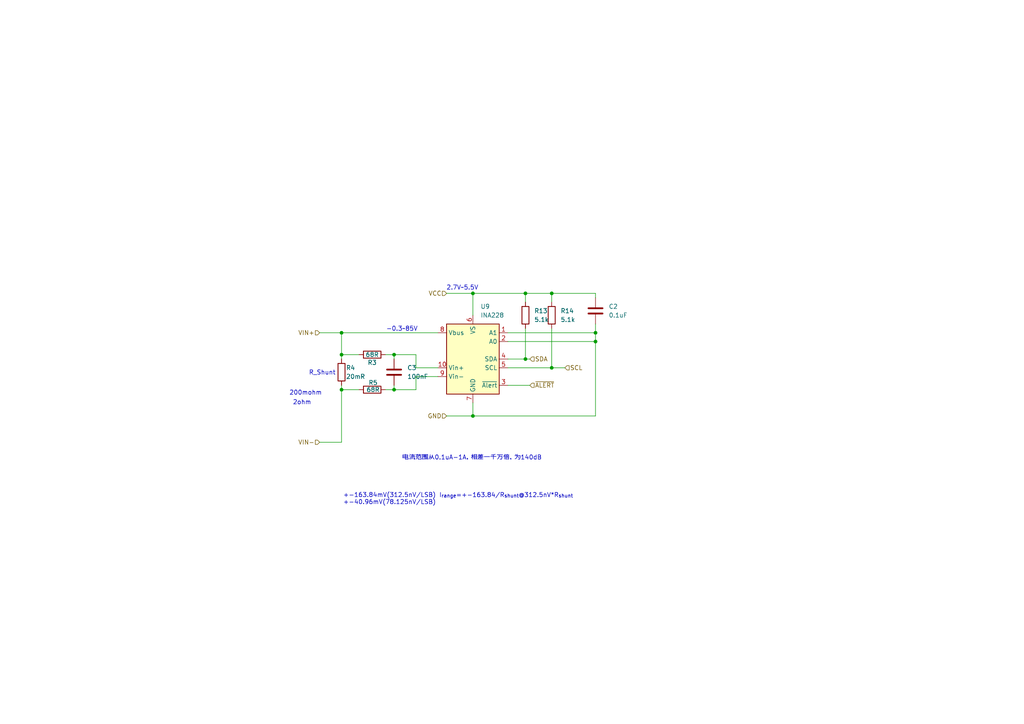
<source format=kicad_sch>
(kicad_sch (version 20231120) (generator "eeschema") (generator_version "8.0")
  (paper "A4")
  (lib_symbols
    (symbol "Device:C" (pin_numbers hide) (pin_names (offset 0.254))
      (property "Reference" "C" (at 0.635 2.54 0))
      (property "Value" "C" (at 0.635 -2.54 0))
      (symbol "C_0_1"
        (polyline (pts (xy -2.032 -0.762) (xy 2.032 -0.762)) (stroke (width 0.508)))
        (polyline (pts (xy -2.032 0.762) (xy 2.032 0.762)) (stroke (width 0.508)))
      )
      (symbol "C_1_1"
        (pin passive line (at 0 3.81 270) (length 2.794) (name "~") (number "1"))
        (pin passive line (at 0 -3.81 90) (length 2.794) (name "~") (number "2"))
      )
    )
    (symbol "Device:R" (pin_numbers hide) (pin_names (offset 0))
      (property "Reference" "R" (at 2.032 0 90))
      (property "Value" "R" (at 0 0 90))
      (symbol "R_0_1"
        (rectangle (start -1.016 -2.54) (end 1.016 2.54) (stroke (width 0.254)))
      )
      (symbol "R_1_1"
        (pin passive line (at 0 3.81 270) (length 1.27) (name "~") (number "1"))
        (pin passive line (at 0 -3.81 90) (length 1.27) (name "~") (number "2"))
      )
    )
    (symbol "Sensor_Energy:INA228"
      (property "Reference" "U" (at -6.35 11.43 0))
      (property "Value" "INA228" (at 3.81 11.43 0))
      (symbol "INA228_0_1"
        (rectangle (start 7.62 10.16) (end -7.62 -10.16) (stroke (width 0.254)) (fill (type background)))
      )
      (symbol "INA228_1_1"
        (pin input line (at 10.16 7.62 180) (length 2.54) (name "A1") (number "1"))
        (pin input line (at -10.16 -2.54 0) (length 2.54) (name "Vin+") (number "10"))
        (pin input line (at 10.16 5.08 180) (length 2.54) (name "A0") (number "2"))
        (pin open_collector line (at 10.16 -7.62 180) (length 2.54) (name "~{Alert}") (number "3"))
        (pin bidirectional line (at 10.16 0 180) (length 2.54) (name "SDA") (number "4"))
        (pin input line (at 10.16 -2.54 180) (length 2.54) (name "SCL") (number "5"))
        (pin power_in line (at 0 12.7 270) (length 2.54) (name "VS") (number "6"))
        (pin power_in line (at 0 -12.7 90) (length 2.54) (name "GND") (number "7"))
        (pin input line (at -10.16 7.62 0) (length 2.54) (name "Vbus") (number "8"))
        (pin input line (at -10.16 -5.08 0) (length 2.54) (name "Vin-") (number "9"))
      )
    )
  )
  (junction (at 160.02 85.09))
  (junction (at 152.4 85.09))
  (junction (at 160.02 106.68))
  (junction (at 114.3 113.03))
  (junction (at 114.3 102.87))
  (junction (at 99.06 102.87))
  (junction (at 152.4 104.14))
  (junction (at 172.72 99.06))
  (junction (at 99.06 113.03))
  (junction (at 99.06 96.52))
  (junction (at 137.16 85.09))
  (junction (at 172.72 96.52))
  (junction (at 137.16 120.65))
  (wire (pts (xy 127 106.68) (xy 120.65 106.68)))
  (wire (pts (xy 147.32 104.14) (xy 152.4 104.14)))
  (wire (pts (xy 111.76 102.87) (xy 114.3 102.87)))
  (wire (pts (xy 137.16 85.09) (xy 137.16 91.44)))
  (wire (pts (xy 114.3 102.87) (xy 114.3 104.14)))
  (wire (pts (xy 147.32 96.52) (xy 172.72 96.52)))
  (wire (pts (xy 160.02 85.09) (xy 160.02 87.63)))
  (wire (pts (xy 92.71 96.52) (xy 99.06 96.52)))
  (wire (pts (xy 127 109.22) (xy 120.65 109.22)))
  (wire (pts (xy 147.32 99.06) (xy 172.72 99.06)))
  (wire (pts (xy 99.06 113.03) (xy 99.06 128.27)))
  (wire (pts (xy 111.76 113.03) (xy 114.3 113.03)))
  (wire (pts (xy 120.65 113.03) (xy 114.3 113.03)))
  (wire (pts (xy 172.72 96.52) (xy 172.72 99.06)))
  (wire (pts (xy 172.72 85.09) (xy 160.02 85.09)))
  (wire (pts (xy 172.72 86.36) (xy 172.72 85.09)))
  (wire (pts (xy 160.02 85.09) (xy 152.4 85.09)))
  (wire (pts (xy 172.72 120.65) (xy 137.16 120.65)))
  (wire (pts (xy 137.16 120.65) (xy 137.16 116.84)))
  (wire (pts (xy 99.06 102.87) (xy 99.06 104.14)))
  (wire (pts (xy 114.3 113.03) (xy 114.3 111.76)))
  (wire (pts (xy 120.65 102.87) (xy 114.3 102.87)))
  (wire (pts (xy 172.72 99.06) (xy 172.72 120.65)))
  (wire (pts (xy 152.4 95.25) (xy 152.4 104.14)))
  (wire (pts (xy 147.32 111.76) (xy 153.67 111.76)))
  (wire (pts (xy 147.32 106.68) (xy 160.02 106.68)))
  (wire (pts (xy 160.02 95.25) (xy 160.02 106.68)))
  (wire (pts (xy 99.06 102.87) (xy 104.14 102.87)))
  (wire (pts (xy 127 96.52) (xy 99.06 96.52)))
  (wire (pts (xy 99.06 96.52) (xy 99.06 102.87)))
  (wire (pts (xy 172.72 93.98) (xy 172.72 96.52)))
  (wire (pts (xy 120.65 106.68) (xy 120.65 102.87)))
  (wire (pts (xy 152.4 104.14) (xy 153.67 104.14)))
  (wire (pts (xy 120.65 109.22) (xy 120.65 113.03)))
  (wire (pts (xy 99.06 111.76) (xy 99.06 113.03)))
  (wire (pts (xy 99.06 113.03) (xy 104.14 113.03)))
  (wire (pts (xy 152.4 85.09) (xy 137.16 85.09)))
  (wire (pts (xy 92.71 128.27) (xy 99.06 128.27)))
  (wire (pts (xy 129.54 120.65) (xy 137.16 120.65)))
  (wire (pts (xy 129.54 85.09) (xy 137.16 85.09)))
  (wire (pts (xy 152.4 85.09) (xy 152.4 87.63)))
  (wire (pts (xy 160.02 106.68) (xy 163.83 106.68)))
  (text "电流范围从0.1uA-1A，相差一千万倍，为140dB" (at 136.906 132.842 0) (effects (font (size 1.27 1.27))))
  (text "2.7V~5.5V" (at 134.112 83.566 0) (effects (font (size 1.27 1.27))))
  (text "-0.3~85V" (at 116.586 95.504 0) (effects (font (size 1.27 1.27))))
  (text "+-163.84mV(312.5nV/LSB)\n+-40.96mV(78.125nV/LSB)" (at 112.996 144.7648 0) (effects (font (size 1.27 1.27))))
  (text "2ohm" (at 87.606 116.8204 0) (effects (font (size 1.27 1.27))))
  (text "200mohm" (at 88.646 114.046 0) (effects (font (size 1.27 1.27))))
  (text "I_{range}=+-163.84/R_{shunt}@312.5nV*R_{shunt}" (at 146.812 143.764 0) (effects (font (size 1.27 1.27))))
  (text "R_Shunt" (at 93.472 108.204 0) (effects (font (size 1.27 1.27))))
  (hierarchical_label "GND" (shape input) (at 129.54 120.65 180))
  (hierarchical_label "VCC" (shape input) (at 129.54 85.09 180))
  (hierarchical_label "VIN-" (shape input) (at 92.71 128.27 180))
  (hierarchical_label "SDA" (shape input) (at 153.67 104.14 0))
  (hierarchical_label "~{ALERT}" (shape input) (at 153.67 111.76 0))
  (hierarchical_label "VIN+" (shape input) (at 92.71 96.52 180))
  (hierarchical_label "SCL" (shape input) (at 163.83 106.68 0))
  (symbol (lib_id "Device:R") (at 107.95 113.03 90) (unit 1)
    (property "Reference" "R5" (at 108.204 110.998 90))
    (property "Value" "68R" (at 108.204 113.03 90))
    (property "Footprint" "Resistor_SMD:R_0402_1005Metric" (effects (hide yes)))
    (property "Description" "Resistor" (effects (hide yes)))
    (instances (project "usbMeter" (path "" (reference "R5") (unit 1))) (project "watchDebugger" (path "" (reference "R24") (unit 1))))
  )
  (symbol (lib_id "Device:R") (at 160.02 91.44 0) (unit 1)
    (property "Reference" "R14" (at 162.56 90.1699 0) (effects (justify left)))
    (property "Value" "5.1k" (at 162.56 92.7099 0) (effects (justify left)))
    (property "Footprint" "Resistor_SMD:R_0402_1005Metric" (effects (hide yes)))
    (property "Description" "Resistor" (effects (hide yes)))
  )
  (symbol (lib_id "Device:R") (at 107.95 102.87 90) (unit 1)
    (property "Reference" "R3" (at 107.95 105.156 90))
    (property "Value" "68R" (at 107.95 102.87 90))
    (property "Footprint" "Resistor_SMD:R_0402_1005Metric" (effects (hide yes)))
    (property "Description" "Resistor" (effects (hide yes)))
    (instances (project "usbMeter" (path "" (reference "R3") (unit 1))) (project "watchDebugger" (path "" (reference "R25") (unit 1))))
  )
  (symbol (lib_id "Device:C") (at 172.72 90.17 0) (unit 1)
    (property "Reference" "C2" (at 176.53 88.8999 0) (effects (justify left)))
    (property "Value" "0.1uF" (at 176.53 91.4399 0) (effects (justify left)))
    (property "Footprint" "Capacitor_SMD:C_0402_1005Metric" (effects (hide yes)))
    (property "Description" "Unpolarized capacitor" (effects (hide yes)))
    (instances (project "usbMeter" (path "" (reference "C2") (unit 1))) (project "" (path "" (reference "C11") (unit 1))))
  )
  (symbol (lib_id "Sensor_Energy:INA228") (at 137.16 104.14 0) (unit 1)
    (property "Reference" "U9" (at 139.3541 88.9 0) (effects (justify left)))
    (property "Value" "INA228" (at 139.3541 91.44 0) (effects (justify left)))
    (property "Footprint" "Package_SO:VSSOP-10_3x3mm_P0.5mm" (effects (hide yes)))
    (property "Datasheet" "https://www.ti.com/lit/ds/symlink/ina228.pdf" (effects (hide yes)))
    (property "Description" "High-Side or Low-Side Measurement, Bi-Directional Current and Power Monitor (0-85V) with I2C, SMBus-, and PMBus-Compatible Interface, VSSOP-10" (effects (hide yes)))
    (instances (project "usbMeter" (path "" (reference "U9") (unit 1))) (project "watchDebugger" (path "" (reference "U7") (unit 1))))
  )
  (symbol (lib_id "Device:R") (at 99.06 107.95 0) (unit 1)
    (property "Reference" "R4" (at 100.33 106.68 0) (effects (justify left)))
    (property "Value" "20mR" (at 100.33 109.22 0) (effects (justify left)))
    (property "Footprint" "Resistor_SMD:R_1206_3216Metric" (effects (hide yes)))
    (property "Description" "Resistor" (effects (hide yes)))
    (instances (project "usbMeter" (path "" (reference "R4") (unit 1))) (project "" (path "" (reference "R23") (unit 1))))
  )
  (symbol (lib_id "Device:C") (at 114.3 107.95 0) (unit 1)
    (property "Reference" "C3" (at 118.11 106.6799 0) (effects (justify left)))
    (property "Value" "100nF" (at 118.11 109.2199 0) (effects (justify left)))
    (property "Footprint" "Capacitor_SMD:C_0402_1005Metric" (effects (hide yes)))
    (property "Description" "Unpolarized capacitor" (effects (hide yes)))
    (instances (project "usbMeter" (path "" (reference "C3") (unit 1))) (project "" (path "" (reference "C12") (unit 1))))
  )
  (symbol (lib_id "Device:R") (at 152.4 91.44 0) (unit 1)
    (property "Reference" "R13" (at 154.94 90.1699 0) (effects (justify left)))
    (property "Value" "5.1k" (at 154.94 92.7099 0) (effects (justify left)))
    (property "Footprint" "Resistor_SMD:R_0402_1005Metric" (effects (hide yes)))
    (property "Description" "Resistor" (effects (hide yes)))
  )
)
</source>
